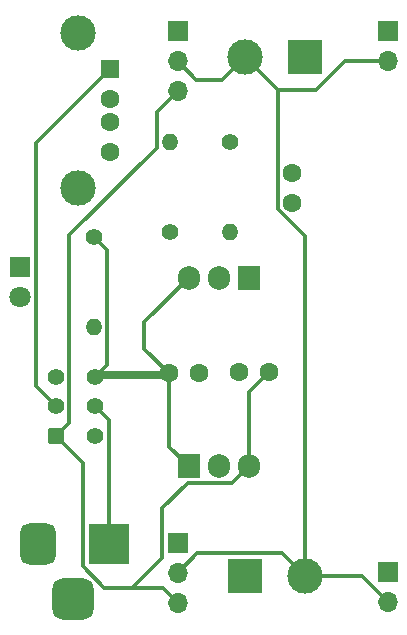
<source format=gtl>
%TF.GenerationSoftware,KiCad,Pcbnew,8.0.8*%
%TF.CreationDate,2025-01-22T22:14:07-04:00*%
%TF.ProjectId,Breadboard-3.3V-5V-power-supply,42726561-6462-46f6-9172-642d332e3356,1*%
%TF.SameCoordinates,Original*%
%TF.FileFunction,Copper,L1,Top*%
%TF.FilePolarity,Positive*%
%FSLAX46Y46*%
G04 Gerber Fmt 4.6, Leading zero omitted, Abs format (unit mm)*
G04 Created by KiCad (PCBNEW 8.0.8) date 2025-01-22 22:14:07*
%MOMM*%
%LPD*%
G01*
G04 APERTURE LIST*
G04 Aperture macros list*
%AMRoundRect*
0 Rectangle with rounded corners*
0 $1 Rounding radius*
0 $2 $3 $4 $5 $6 $7 $8 $9 X,Y pos of 4 corners*
0 Add a 4 corners polygon primitive as box body*
4,1,4,$2,$3,$4,$5,$6,$7,$8,$9,$2,$3,0*
0 Add four circle primitives for the rounded corners*
1,1,$1+$1,$2,$3*
1,1,$1+$1,$4,$5*
1,1,$1+$1,$6,$7*
1,1,$1+$1,$8,$9*
0 Add four rect primitives between the rounded corners*
20,1,$1+$1,$2,$3,$4,$5,0*
20,1,$1+$1,$4,$5,$6,$7,0*
20,1,$1+$1,$6,$7,$8,$9,0*
20,1,$1+$1,$8,$9,$2,$3,0*%
G04 Aperture macros list end*
%TA.AperFunction,ComponentPad*%
%ADD10R,1.800000X1.800000*%
%TD*%
%TA.AperFunction,ComponentPad*%
%ADD11C,1.800000*%
%TD*%
%TA.AperFunction,ComponentPad*%
%ADD12C,1.400000*%
%TD*%
%TA.AperFunction,ComponentPad*%
%ADD13O,1.400000X1.400000*%
%TD*%
%TA.AperFunction,ComponentPad*%
%ADD14R,1.700000X1.700000*%
%TD*%
%TA.AperFunction,ComponentPad*%
%ADD15O,1.700000X1.700000*%
%TD*%
%TA.AperFunction,ComponentPad*%
%ADD16R,1.500000X1.600000*%
%TD*%
%TA.AperFunction,ComponentPad*%
%ADD17C,1.600000*%
%TD*%
%TA.AperFunction,ComponentPad*%
%ADD18C,3.000000*%
%TD*%
%TA.AperFunction,ComponentPad*%
%ADD19R,1.905000X2.000000*%
%TD*%
%TA.AperFunction,ComponentPad*%
%ADD20O,1.905000X2.000000*%
%TD*%
%TA.AperFunction,ComponentPad*%
%ADD21RoundRect,0.250000X0.450000X-0.450000X0.450000X0.450000X-0.450000X0.450000X-0.450000X-0.450000X0*%
%TD*%
%TA.AperFunction,ComponentPad*%
%ADD22R,3.000000X3.000000*%
%TD*%
%TA.AperFunction,ComponentPad*%
%ADD23R,3.500000X3.500000*%
%TD*%
%TA.AperFunction,ComponentPad*%
%ADD24RoundRect,0.750000X-0.750000X-1.000000X0.750000X-1.000000X0.750000X1.000000X-0.750000X1.000000X0*%
%TD*%
%TA.AperFunction,ComponentPad*%
%ADD25RoundRect,0.875000X-0.875000X-0.875000X0.875000X-0.875000X0.875000X0.875000X-0.875000X0.875000X0*%
%TD*%
%TA.AperFunction,Conductor*%
%ADD26C,0.350000*%
%TD*%
G04 APERTURE END LIST*
D10*
%TO.P,D1,1,K*%
%TO.N,GND*%
X135310400Y-93570400D03*
D11*
%TO.P,D1,2,A*%
%TO.N,Net-(D1-A)*%
X135310400Y-96110400D03*
%TD*%
D12*
%TO.P,R2,1*%
%TO.N,/3.3V*%
X147985000Y-90654400D03*
D13*
%TO.P,R2,2*%
%TO.N,Net-(U1-ADJ)*%
X147985000Y-83034400D03*
%TD*%
D14*
%TO.P,J6,1,Pin_1*%
%TO.N,/3.3V*%
X148620000Y-116932600D03*
D15*
%TO.P,J6,2,Pin_2*%
%TO.N,/PWR_OUT*%
X148620000Y-119472600D03*
%TO.P,J6,3,Pin_3*%
%TO.N,/5V*%
X148620000Y-122012600D03*
%TD*%
D16*
%TO.P,J1,1,VBUS*%
%TO.N,/USB_IN*%
X142926400Y-76840200D03*
D17*
%TO.P,J1,2,D-*%
%TO.N,unconnected-(J1-D--Pad2)*%
X142926400Y-79340200D03*
%TO.P,J1,3,D+*%
%TO.N,unconnected-(J1-D+-Pad3)*%
X142926400Y-81340200D03*
%TO.P,J1,4,GND*%
%TO.N,GND*%
X142926400Y-83840200D03*
D18*
%TO.P,J1,5,Shield*%
%TO.N,unconnected-(J1-Shield-Pad5)_1*%
X140216400Y-73770200D03*
%TO.N,unconnected-(J1-Shield-Pad5)*%
X140216400Y-86910200D03*
%TD*%
D19*
%TO.P,U1,1,ADJ*%
%TO.N,Net-(U1-ADJ)*%
X154665200Y-94540600D03*
D20*
%TO.P,U1,2,VO*%
%TO.N,/3.3V*%
X152125200Y-94540600D03*
%TO.P,U1,3,VI*%
%TO.N,/12V*%
X149585200Y-94540600D03*
%TD*%
D19*
%TO.P,U2,1,VI*%
%TO.N,/12V*%
X149585200Y-110466400D03*
D20*
%TO.P,U2,2,GND*%
%TO.N,GND*%
X152125200Y-110466400D03*
%TO.P,U2,3,VO*%
%TO.N,/5V*%
X154665200Y-110466400D03*
%TD*%
D17*
%TO.P,C3,1*%
%TO.N,/3.3V*%
X158348200Y-85650600D03*
%TO.P,C3,2*%
%TO.N,GND*%
X158348200Y-88150600D03*
%TD*%
D12*
%TO.P,R1,1*%
%TO.N,/12V*%
X141545400Y-91035400D03*
D13*
%TO.P,R1,2*%
%TO.N,Net-(D1-A)*%
X141545400Y-98655400D03*
%TD*%
D21*
%TO.P,SW1,1,A*%
%TO.N,/5V*%
X138345400Y-107897200D03*
D12*
%TO.P,SW1,2,B*%
%TO.N,/USB_IN*%
X138345400Y-105397200D03*
%TO.P,SW1,3,C*%
%TO.N,unconnected-(SW1A-C-Pad3)*%
X138345400Y-102897200D03*
%TO.P,SW1,4,A*%
%TO.N,/12V*%
X141645400Y-102897200D03*
%TO.P,SW1,5,B*%
%TO.N,/PWR_IN*%
X141645400Y-105397200D03*
%TO.P,SW1,6,C*%
%TO.N,unconnected-(SW1B-C-Pad6)*%
X141645400Y-107897200D03*
%TD*%
D22*
%TO.P,J8,1,Pin_1*%
%TO.N,GND*%
X154335000Y-119782600D03*
D18*
%TO.P,J8,2,Pin_2*%
%TO.N,/PWR_OUT*%
X159415000Y-119782600D03*
%TD*%
D14*
%TO.P,J3,1,Pin_1*%
%TO.N,/3.3V*%
X148620000Y-73636400D03*
D15*
%TO.P,J3,2,Pin_2*%
%TO.N,/PWR_OUT*%
X148620000Y-76176400D03*
%TO.P,J3,3,Pin_3*%
%TO.N,/5V*%
X148620000Y-78716400D03*
%TD*%
D14*
%TO.P,J4,1,Pin_1*%
%TO.N,GND*%
X166400000Y-73636400D03*
D15*
%TO.P,J4,2,Pin_2*%
%TO.N,/PWR_OUT*%
X166400000Y-76176400D03*
%TD*%
D14*
%TO.P,J7,1,Pin_1*%
%TO.N,GND*%
X166400000Y-119432600D03*
D15*
%TO.P,J7,2,Pin_2*%
%TO.N,/PWR_OUT*%
X166400000Y-121972600D03*
%TD*%
D12*
%TO.P,R3,1*%
%TO.N,Net-(U1-ADJ)*%
X153065000Y-83034400D03*
D13*
%TO.P,R3,2*%
%TO.N,GND*%
X153065000Y-90654400D03*
%TD*%
D22*
%TO.P,J5,1,Pin_1*%
%TO.N,GND*%
X159415000Y-75836400D03*
D18*
%TO.P,J5,2,Pin_2*%
%TO.N,/PWR_OUT*%
X154335000Y-75836400D03*
%TD*%
D23*
%TO.P,J2,1*%
%TO.N,/PWR_IN*%
X142800600Y-117032600D03*
D24*
%TO.P,J2,2*%
%TO.N,GND*%
X136800600Y-117032600D03*
D25*
%TO.P,J2,3*%
X139800600Y-121732600D03*
%TD*%
D17*
%TO.P,C1,1*%
%TO.N,/12V*%
X147923400Y-102617800D03*
%TO.P,C1,2*%
%TO.N,GND*%
X150423400Y-102617800D03*
%TD*%
%TO.P,C2,1*%
%TO.N,/5V*%
X156323400Y-102516200D03*
%TO.P,C2,2*%
%TO.N,GND*%
X153823400Y-102516200D03*
%TD*%
D26*
%TO.N,/PWR_OUT*%
X160376800Y-78624600D02*
X157123200Y-78624600D01*
X162825000Y-76176400D02*
X160376800Y-78624600D01*
X166400000Y-76176400D02*
X162825000Y-76176400D01*
X152410000Y-77761400D02*
X154335000Y-75836400D01*
X150205000Y-77761400D02*
X152410000Y-77761400D01*
X157123200Y-88658012D02*
X157123200Y-78624600D01*
X157123200Y-78624600D02*
X154335000Y-75836400D01*
%TO.N,/12V*%
X145821400Y-100515800D02*
X147923400Y-102617800D01*
X147923400Y-102617800D02*
X147644000Y-102897200D01*
X141924800Y-102617800D02*
X141645400Y-102897200D01*
X147923400Y-108804600D02*
X149585200Y-110466400D01*
X147923400Y-102617800D02*
X141924800Y-102617800D01*
X142670400Y-92160400D02*
X141545400Y-91035400D01*
X145821400Y-98304400D02*
X145821400Y-100515800D01*
X141645400Y-102897200D02*
X142670400Y-101872200D01*
X147923400Y-102617800D02*
X147923400Y-108804600D01*
X147644000Y-102897200D02*
X141645400Y-102897200D01*
X149585200Y-94540600D02*
X145821400Y-98304400D01*
X142670400Y-101872200D02*
X142670400Y-92160400D01*
%TO.N,/5V*%
X138345400Y-107897200D02*
X139470400Y-106772200D01*
X154665200Y-104174400D02*
X156323400Y-102516200D01*
X139470400Y-106772200D02*
X139470400Y-90933000D01*
X154665200Y-110466400D02*
X154665200Y-104174400D01*
X146860000Y-80476400D02*
X148620000Y-78716400D01*
X142411376Y-120747600D02*
X143535400Y-120747600D01*
X138345400Y-107897200D02*
X140625600Y-110177400D01*
X143535400Y-120747600D02*
X144805000Y-120747600D01*
X146860000Y-83543400D02*
X146860000Y-80476400D01*
X147345000Y-118207600D02*
X147345000Y-114046400D01*
X147355000Y-120747600D02*
X143535400Y-120747600D01*
X139470400Y-90933000D02*
X146860000Y-83543400D01*
X153240200Y-111891400D02*
X154665200Y-110466400D01*
X149500000Y-111891400D02*
X153240200Y-111891400D01*
X140625600Y-110177400D02*
X140625600Y-118961824D01*
X147345000Y-114046400D02*
X149500000Y-111891400D01*
X144805000Y-120747600D02*
X147345000Y-118207600D01*
X148620000Y-122012600D02*
X147355000Y-120747600D01*
X140625600Y-118961824D02*
X142411376Y-120747600D01*
%TO.N,/PWR_IN*%
X142800600Y-117032600D02*
X142800600Y-106552400D01*
X142800600Y-106552400D02*
X141645400Y-105397200D01*
%TO.N,/PWR_OUT*%
X157490000Y-117857600D02*
X159415000Y-119782600D01*
X159415000Y-119782600D02*
X159415000Y-90949812D01*
X164210000Y-119782600D02*
X166400000Y-121972600D01*
X166060000Y-75836400D02*
X166400000Y-76176400D01*
X159415000Y-119782600D02*
X164210000Y-119782600D01*
X148620000Y-119472600D02*
X150235000Y-117857600D01*
X148620000Y-76176400D02*
X150205000Y-77761400D01*
X159415000Y-90949812D02*
X157123200Y-88658012D01*
X150235000Y-117857600D02*
X157490000Y-117857600D01*
%TO.N,/USB_IN*%
X136635400Y-83131200D02*
X136635400Y-103687200D01*
X136635400Y-103687200D02*
X138345400Y-105397200D01*
X142926400Y-76840200D02*
X136635400Y-83131200D01*
%TD*%
M02*

</source>
